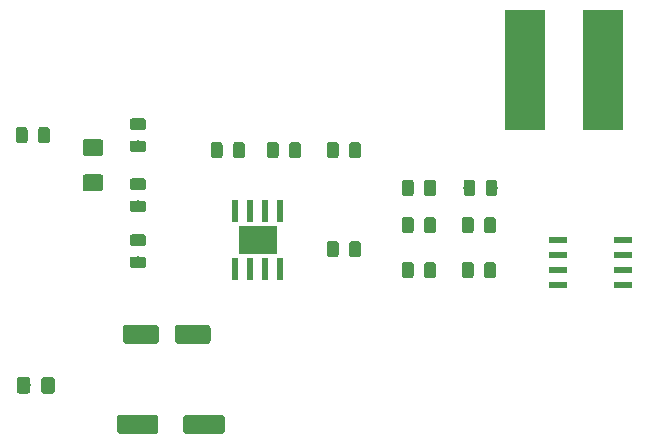
<source format=gbr>
G04 #@! TF.GenerationSoftware,KiCad,Pcbnew,5.1.4+dfsg1-1*
G04 #@! TF.CreationDate,2020-01-31T17:37:18+01:00*
G04 #@! TF.ProjectId,AstriPiCompute,41737472-6950-4694-936f-6d707574652e,rev?*
G04 #@! TF.SameCoordinates,Original*
G04 #@! TF.FileFunction,Paste,Top*
G04 #@! TF.FilePolarity,Positive*
%FSLAX46Y46*%
G04 Gerber Fmt 4.6, Leading zero omitted, Abs format (unit mm)*
G04 Created by KiCad (PCBNEW 5.1.4+dfsg1-1) date 2020-01-31 17:37:18*
%MOMM*%
%LPD*%
G04 APERTURE LIST*
%ADD10C,0.100000*%
%ADD11R,3.500000X10.200000*%
%ADD12R,1.524000X0.609600*%
%ADD13C,0.975000*%
%ADD14C,1.425000*%
%ADD15C,1.600000*%
%ADD16R,0.600000X1.970000*%
%ADD17R,3.300000X2.410000*%
%ADD18C,1.150000*%
G04 APERTURE END LIST*
D10*
G36*
X33806000Y-21238875D02*
G01*
X33806000Y-22764000D01*
X31724460Y-22764000D01*
X31724460Y-21238875D01*
X33806000Y-21238875D01*
G37*
D11*
X55372000Y-7620000D03*
X61972000Y-7620000D03*
D12*
X63703200Y-25781000D03*
X58216800Y-25781000D03*
X63703200Y-24511000D03*
X63703200Y-23241000D03*
X58216800Y-24511000D03*
X58216800Y-23241000D03*
X63703200Y-21971000D03*
X58216800Y-21971000D03*
D10*
G36*
X23086142Y-16768174D02*
G01*
X23109803Y-16771684D01*
X23133007Y-16777496D01*
X23155529Y-16785554D01*
X23177153Y-16795782D01*
X23197670Y-16808079D01*
X23216883Y-16822329D01*
X23234607Y-16838393D01*
X23250671Y-16856117D01*
X23264921Y-16875330D01*
X23277218Y-16895847D01*
X23287446Y-16917471D01*
X23295504Y-16939993D01*
X23301316Y-16963197D01*
X23304826Y-16986858D01*
X23306000Y-17010750D01*
X23306000Y-17498250D01*
X23304826Y-17522142D01*
X23301316Y-17545803D01*
X23295504Y-17569007D01*
X23287446Y-17591529D01*
X23277218Y-17613153D01*
X23264921Y-17633670D01*
X23250671Y-17652883D01*
X23234607Y-17670607D01*
X23216883Y-17686671D01*
X23197670Y-17700921D01*
X23177153Y-17713218D01*
X23155529Y-17723446D01*
X23133007Y-17731504D01*
X23109803Y-17737316D01*
X23086142Y-17740826D01*
X23062250Y-17742000D01*
X22149750Y-17742000D01*
X22125858Y-17740826D01*
X22102197Y-17737316D01*
X22078993Y-17731504D01*
X22056471Y-17723446D01*
X22034847Y-17713218D01*
X22014330Y-17700921D01*
X21995117Y-17686671D01*
X21977393Y-17670607D01*
X21961329Y-17652883D01*
X21947079Y-17633670D01*
X21934782Y-17613153D01*
X21924554Y-17591529D01*
X21916496Y-17569007D01*
X21910684Y-17545803D01*
X21907174Y-17522142D01*
X21906000Y-17498250D01*
X21906000Y-17010750D01*
X21907174Y-16986858D01*
X21910684Y-16963197D01*
X21916496Y-16939993D01*
X21924554Y-16917471D01*
X21934782Y-16895847D01*
X21947079Y-16875330D01*
X21961329Y-16856117D01*
X21977393Y-16838393D01*
X21995117Y-16822329D01*
X22014330Y-16808079D01*
X22034847Y-16795782D01*
X22056471Y-16785554D01*
X22078993Y-16777496D01*
X22102197Y-16771684D01*
X22125858Y-16768174D01*
X22149750Y-16767000D01*
X23062250Y-16767000D01*
X23086142Y-16768174D01*
X23086142Y-16768174D01*
G37*
D13*
X22606000Y-17254500D03*
D10*
G36*
X23086142Y-18643174D02*
G01*
X23109803Y-18646684D01*
X23133007Y-18652496D01*
X23155529Y-18660554D01*
X23177153Y-18670782D01*
X23197670Y-18683079D01*
X23216883Y-18697329D01*
X23234607Y-18713393D01*
X23250671Y-18731117D01*
X23264921Y-18750330D01*
X23277218Y-18770847D01*
X23287446Y-18792471D01*
X23295504Y-18814993D01*
X23301316Y-18838197D01*
X23304826Y-18861858D01*
X23306000Y-18885750D01*
X23306000Y-19373250D01*
X23304826Y-19397142D01*
X23301316Y-19420803D01*
X23295504Y-19444007D01*
X23287446Y-19466529D01*
X23277218Y-19488153D01*
X23264921Y-19508670D01*
X23250671Y-19527883D01*
X23234607Y-19545607D01*
X23216883Y-19561671D01*
X23197670Y-19575921D01*
X23177153Y-19588218D01*
X23155529Y-19598446D01*
X23133007Y-19606504D01*
X23109803Y-19612316D01*
X23086142Y-19615826D01*
X23062250Y-19617000D01*
X22149750Y-19617000D01*
X22125858Y-19615826D01*
X22102197Y-19612316D01*
X22078993Y-19606504D01*
X22056471Y-19598446D01*
X22034847Y-19588218D01*
X22014330Y-19575921D01*
X21995117Y-19561671D01*
X21977393Y-19545607D01*
X21961329Y-19527883D01*
X21947079Y-19508670D01*
X21934782Y-19488153D01*
X21924554Y-19466529D01*
X21916496Y-19444007D01*
X21910684Y-19420803D01*
X21907174Y-19397142D01*
X21906000Y-19373250D01*
X21906000Y-18885750D01*
X21907174Y-18861858D01*
X21910684Y-18838197D01*
X21916496Y-18814993D01*
X21924554Y-18792471D01*
X21934782Y-18770847D01*
X21947079Y-18750330D01*
X21961329Y-18731117D01*
X21977393Y-18713393D01*
X21995117Y-18697329D01*
X22014330Y-18683079D01*
X22034847Y-18670782D01*
X22056471Y-18660554D01*
X22078993Y-18652496D01*
X22102197Y-18646684D01*
X22125858Y-18643174D01*
X22149750Y-18642000D01*
X23062250Y-18642000D01*
X23086142Y-18643174D01*
X23086142Y-18643174D01*
G37*
D13*
X22606000Y-19129500D03*
D10*
G36*
X19445504Y-16428204D02*
G01*
X19469773Y-16431804D01*
X19493571Y-16437765D01*
X19516671Y-16446030D01*
X19538849Y-16456520D01*
X19559893Y-16469133D01*
X19579598Y-16483747D01*
X19597777Y-16500223D01*
X19614253Y-16518402D01*
X19628867Y-16538107D01*
X19641480Y-16559151D01*
X19651970Y-16581329D01*
X19660235Y-16604429D01*
X19666196Y-16628227D01*
X19669796Y-16652496D01*
X19671000Y-16677000D01*
X19671000Y-17602000D01*
X19669796Y-17626504D01*
X19666196Y-17650773D01*
X19660235Y-17674571D01*
X19651970Y-17697671D01*
X19641480Y-17719849D01*
X19628867Y-17740893D01*
X19614253Y-17760598D01*
X19597777Y-17778777D01*
X19579598Y-17795253D01*
X19559893Y-17809867D01*
X19538849Y-17822480D01*
X19516671Y-17832970D01*
X19493571Y-17841235D01*
X19469773Y-17847196D01*
X19445504Y-17850796D01*
X19421000Y-17852000D01*
X18171000Y-17852000D01*
X18146496Y-17850796D01*
X18122227Y-17847196D01*
X18098429Y-17841235D01*
X18075329Y-17832970D01*
X18053151Y-17822480D01*
X18032107Y-17809867D01*
X18012402Y-17795253D01*
X17994223Y-17778777D01*
X17977747Y-17760598D01*
X17963133Y-17740893D01*
X17950520Y-17719849D01*
X17940030Y-17697671D01*
X17931765Y-17674571D01*
X17925804Y-17650773D01*
X17922204Y-17626504D01*
X17921000Y-17602000D01*
X17921000Y-16677000D01*
X17922204Y-16652496D01*
X17925804Y-16628227D01*
X17931765Y-16604429D01*
X17940030Y-16581329D01*
X17950520Y-16559151D01*
X17963133Y-16538107D01*
X17977747Y-16518402D01*
X17994223Y-16500223D01*
X18012402Y-16483747D01*
X18032107Y-16469133D01*
X18053151Y-16456520D01*
X18075329Y-16446030D01*
X18098429Y-16437765D01*
X18122227Y-16431804D01*
X18146496Y-16428204D01*
X18171000Y-16427000D01*
X19421000Y-16427000D01*
X19445504Y-16428204D01*
X19445504Y-16428204D01*
G37*
D14*
X18796000Y-17139500D03*
D10*
G36*
X19445504Y-13453204D02*
G01*
X19469773Y-13456804D01*
X19493571Y-13462765D01*
X19516671Y-13471030D01*
X19538849Y-13481520D01*
X19559893Y-13494133D01*
X19579598Y-13508747D01*
X19597777Y-13525223D01*
X19614253Y-13543402D01*
X19628867Y-13563107D01*
X19641480Y-13584151D01*
X19651970Y-13606329D01*
X19660235Y-13629429D01*
X19666196Y-13653227D01*
X19669796Y-13677496D01*
X19671000Y-13702000D01*
X19671000Y-14627000D01*
X19669796Y-14651504D01*
X19666196Y-14675773D01*
X19660235Y-14699571D01*
X19651970Y-14722671D01*
X19641480Y-14744849D01*
X19628867Y-14765893D01*
X19614253Y-14785598D01*
X19597777Y-14803777D01*
X19579598Y-14820253D01*
X19559893Y-14834867D01*
X19538849Y-14847480D01*
X19516671Y-14857970D01*
X19493571Y-14866235D01*
X19469773Y-14872196D01*
X19445504Y-14875796D01*
X19421000Y-14877000D01*
X18171000Y-14877000D01*
X18146496Y-14875796D01*
X18122227Y-14872196D01*
X18098429Y-14866235D01*
X18075329Y-14857970D01*
X18053151Y-14847480D01*
X18032107Y-14834867D01*
X18012402Y-14820253D01*
X17994223Y-14803777D01*
X17977747Y-14785598D01*
X17963133Y-14765893D01*
X17950520Y-14744849D01*
X17940030Y-14722671D01*
X17931765Y-14699571D01*
X17925804Y-14675773D01*
X17922204Y-14651504D01*
X17921000Y-14627000D01*
X17921000Y-13702000D01*
X17922204Y-13677496D01*
X17925804Y-13653227D01*
X17931765Y-13629429D01*
X17940030Y-13606329D01*
X17950520Y-13584151D01*
X17963133Y-13563107D01*
X17977747Y-13543402D01*
X17994223Y-13525223D01*
X18012402Y-13508747D01*
X18032107Y-13494133D01*
X18053151Y-13481520D01*
X18075329Y-13471030D01*
X18098429Y-13462765D01*
X18122227Y-13456804D01*
X18146496Y-13453204D01*
X18171000Y-13452000D01*
X19421000Y-13452000D01*
X19445504Y-13453204D01*
X19445504Y-13453204D01*
G37*
D14*
X18796000Y-14164500D03*
D10*
G36*
X24134504Y-29173204D02*
G01*
X24158773Y-29176804D01*
X24182571Y-29182765D01*
X24205671Y-29191030D01*
X24227849Y-29201520D01*
X24248893Y-29214133D01*
X24268598Y-29228747D01*
X24286777Y-29245223D01*
X24303253Y-29263402D01*
X24317867Y-29283107D01*
X24330480Y-29304151D01*
X24340970Y-29326329D01*
X24349235Y-29349429D01*
X24355196Y-29373227D01*
X24358796Y-29397496D01*
X24360000Y-29422000D01*
X24360000Y-30522000D01*
X24358796Y-30546504D01*
X24355196Y-30570773D01*
X24349235Y-30594571D01*
X24340970Y-30617671D01*
X24330480Y-30639849D01*
X24317867Y-30660893D01*
X24303253Y-30680598D01*
X24286777Y-30698777D01*
X24268598Y-30715253D01*
X24248893Y-30729867D01*
X24227849Y-30742480D01*
X24205671Y-30752970D01*
X24182571Y-30761235D01*
X24158773Y-30767196D01*
X24134504Y-30770796D01*
X24110000Y-30772000D01*
X21610000Y-30772000D01*
X21585496Y-30770796D01*
X21561227Y-30767196D01*
X21537429Y-30761235D01*
X21514329Y-30752970D01*
X21492151Y-30742480D01*
X21471107Y-30729867D01*
X21451402Y-30715253D01*
X21433223Y-30698777D01*
X21416747Y-30680598D01*
X21402133Y-30660893D01*
X21389520Y-30639849D01*
X21379030Y-30617671D01*
X21370765Y-30594571D01*
X21364804Y-30570773D01*
X21361204Y-30546504D01*
X21360000Y-30522000D01*
X21360000Y-29422000D01*
X21361204Y-29397496D01*
X21364804Y-29373227D01*
X21370765Y-29349429D01*
X21379030Y-29326329D01*
X21389520Y-29304151D01*
X21402133Y-29283107D01*
X21416747Y-29263402D01*
X21433223Y-29245223D01*
X21451402Y-29228747D01*
X21471107Y-29214133D01*
X21492151Y-29201520D01*
X21514329Y-29191030D01*
X21537429Y-29182765D01*
X21561227Y-29176804D01*
X21585496Y-29173204D01*
X21610000Y-29172000D01*
X24110000Y-29172000D01*
X24134504Y-29173204D01*
X24134504Y-29173204D01*
G37*
D15*
X22860000Y-29972000D03*
D10*
G36*
X28534865Y-29173202D02*
G01*
X28559095Y-29176796D01*
X28582855Y-29182748D01*
X28605918Y-29191000D01*
X28628061Y-29201472D01*
X28649070Y-29214065D01*
X28668745Y-29228657D01*
X28686894Y-29245106D01*
X28703343Y-29263255D01*
X28717935Y-29282930D01*
X28730528Y-29303939D01*
X28741000Y-29326082D01*
X28749252Y-29349145D01*
X28755204Y-29372905D01*
X28758798Y-29397135D01*
X28760000Y-29421600D01*
X28760000Y-30522400D01*
X28758798Y-30546865D01*
X28755204Y-30571095D01*
X28749252Y-30594855D01*
X28741000Y-30617918D01*
X28730528Y-30640061D01*
X28717935Y-30661070D01*
X28703343Y-30680745D01*
X28686894Y-30698894D01*
X28668745Y-30715343D01*
X28649070Y-30729935D01*
X28628061Y-30742528D01*
X28605918Y-30753000D01*
X28582855Y-30761252D01*
X28559095Y-30767204D01*
X28534865Y-30770798D01*
X28510400Y-30772000D01*
X26009600Y-30772000D01*
X25985135Y-30770798D01*
X25960905Y-30767204D01*
X25937145Y-30761252D01*
X25914082Y-30753000D01*
X25891939Y-30742528D01*
X25870930Y-30729935D01*
X25851255Y-30715343D01*
X25833106Y-30698894D01*
X25816657Y-30680745D01*
X25802065Y-30661070D01*
X25789472Y-30640061D01*
X25779000Y-30617918D01*
X25770748Y-30594855D01*
X25764796Y-30571095D01*
X25761202Y-30546865D01*
X25760000Y-30522400D01*
X25760000Y-29421600D01*
X25761202Y-29397135D01*
X25764796Y-29372905D01*
X25770748Y-29349145D01*
X25779000Y-29326082D01*
X25789472Y-29303939D01*
X25802065Y-29282930D01*
X25816657Y-29263255D01*
X25833106Y-29245106D01*
X25851255Y-29228657D01*
X25870930Y-29214065D01*
X25891939Y-29201472D01*
X25914082Y-29191000D01*
X25937145Y-29182748D01*
X25960905Y-29176796D01*
X25985135Y-29173202D01*
X26009600Y-29172000D01*
X28510400Y-29172000D01*
X28534865Y-29173202D01*
X28534865Y-29173202D01*
G37*
D15*
X27260000Y-29972000D03*
D10*
G36*
X29724865Y-36793202D02*
G01*
X29749095Y-36796796D01*
X29772855Y-36802748D01*
X29795918Y-36811000D01*
X29818061Y-36821472D01*
X29839070Y-36834065D01*
X29858745Y-36848657D01*
X29876894Y-36865106D01*
X29893343Y-36883255D01*
X29907935Y-36902930D01*
X29920528Y-36923939D01*
X29931000Y-36946082D01*
X29939252Y-36969145D01*
X29945204Y-36992905D01*
X29948798Y-37017135D01*
X29950000Y-37041600D01*
X29950000Y-38142400D01*
X29948798Y-38166865D01*
X29945204Y-38191095D01*
X29939252Y-38214855D01*
X29931000Y-38237918D01*
X29920528Y-38260061D01*
X29907935Y-38281070D01*
X29893343Y-38300745D01*
X29876894Y-38318894D01*
X29858745Y-38335343D01*
X29839070Y-38349935D01*
X29818061Y-38362528D01*
X29795918Y-38373000D01*
X29772855Y-38381252D01*
X29749095Y-38387204D01*
X29724865Y-38390798D01*
X29700400Y-38392000D01*
X26699600Y-38392000D01*
X26675135Y-38390798D01*
X26650905Y-38387204D01*
X26627145Y-38381252D01*
X26604082Y-38373000D01*
X26581939Y-38362528D01*
X26560930Y-38349935D01*
X26541255Y-38335343D01*
X26523106Y-38318894D01*
X26506657Y-38300745D01*
X26492065Y-38281070D01*
X26479472Y-38260061D01*
X26469000Y-38237918D01*
X26460748Y-38214855D01*
X26454796Y-38191095D01*
X26451202Y-38166865D01*
X26450000Y-38142400D01*
X26450000Y-37041600D01*
X26451202Y-37017135D01*
X26454796Y-36992905D01*
X26460748Y-36969145D01*
X26469000Y-36946082D01*
X26479472Y-36923939D01*
X26492065Y-36902930D01*
X26506657Y-36883255D01*
X26523106Y-36865106D01*
X26541255Y-36848657D01*
X26560930Y-36834065D01*
X26581939Y-36821472D01*
X26604082Y-36811000D01*
X26627145Y-36802748D01*
X26650905Y-36796796D01*
X26675135Y-36793202D01*
X26699600Y-36792000D01*
X29700400Y-36792000D01*
X29724865Y-36793202D01*
X29724865Y-36793202D01*
G37*
D15*
X28200000Y-37592000D03*
D10*
G36*
X24124504Y-36793204D02*
G01*
X24148773Y-36796804D01*
X24172571Y-36802765D01*
X24195671Y-36811030D01*
X24217849Y-36821520D01*
X24238893Y-36834133D01*
X24258598Y-36848747D01*
X24276777Y-36865223D01*
X24293253Y-36883402D01*
X24307867Y-36903107D01*
X24320480Y-36924151D01*
X24330970Y-36946329D01*
X24339235Y-36969429D01*
X24345196Y-36993227D01*
X24348796Y-37017496D01*
X24350000Y-37042000D01*
X24350000Y-38142000D01*
X24348796Y-38166504D01*
X24345196Y-38190773D01*
X24339235Y-38214571D01*
X24330970Y-38237671D01*
X24320480Y-38259849D01*
X24307867Y-38280893D01*
X24293253Y-38300598D01*
X24276777Y-38318777D01*
X24258598Y-38335253D01*
X24238893Y-38349867D01*
X24217849Y-38362480D01*
X24195671Y-38372970D01*
X24172571Y-38381235D01*
X24148773Y-38387196D01*
X24124504Y-38390796D01*
X24100000Y-38392000D01*
X21100000Y-38392000D01*
X21075496Y-38390796D01*
X21051227Y-38387196D01*
X21027429Y-38381235D01*
X21004329Y-38372970D01*
X20982151Y-38362480D01*
X20961107Y-38349867D01*
X20941402Y-38335253D01*
X20923223Y-38318777D01*
X20906747Y-38300598D01*
X20892133Y-38280893D01*
X20879520Y-38259849D01*
X20869030Y-38237671D01*
X20860765Y-38214571D01*
X20854804Y-38190773D01*
X20851204Y-38166504D01*
X20850000Y-38142000D01*
X20850000Y-37042000D01*
X20851204Y-37017496D01*
X20854804Y-36993227D01*
X20860765Y-36969429D01*
X20869030Y-36946329D01*
X20879520Y-36924151D01*
X20892133Y-36903107D01*
X20906747Y-36883402D01*
X20923223Y-36865223D01*
X20941402Y-36848747D01*
X20961107Y-36834133D01*
X20982151Y-36821520D01*
X21004329Y-36811030D01*
X21027429Y-36802765D01*
X21051227Y-36796804D01*
X21075496Y-36793204D01*
X21100000Y-36792000D01*
X24100000Y-36792000D01*
X24124504Y-36793204D01*
X24124504Y-36793204D01*
G37*
D15*
X22600000Y-37592000D03*
D10*
G36*
X47608642Y-23843174D02*
G01*
X47632303Y-23846684D01*
X47655507Y-23852496D01*
X47678029Y-23860554D01*
X47699653Y-23870782D01*
X47720170Y-23883079D01*
X47739383Y-23897329D01*
X47757107Y-23913393D01*
X47773171Y-23931117D01*
X47787421Y-23950330D01*
X47799718Y-23970847D01*
X47809946Y-23992471D01*
X47818004Y-24014993D01*
X47823816Y-24038197D01*
X47827326Y-24061858D01*
X47828500Y-24085750D01*
X47828500Y-24998250D01*
X47827326Y-25022142D01*
X47823816Y-25045803D01*
X47818004Y-25069007D01*
X47809946Y-25091529D01*
X47799718Y-25113153D01*
X47787421Y-25133670D01*
X47773171Y-25152883D01*
X47757107Y-25170607D01*
X47739383Y-25186671D01*
X47720170Y-25200921D01*
X47699653Y-25213218D01*
X47678029Y-25223446D01*
X47655507Y-25231504D01*
X47632303Y-25237316D01*
X47608642Y-25240826D01*
X47584750Y-25242000D01*
X47097250Y-25242000D01*
X47073358Y-25240826D01*
X47049697Y-25237316D01*
X47026493Y-25231504D01*
X47003971Y-25223446D01*
X46982347Y-25213218D01*
X46961830Y-25200921D01*
X46942617Y-25186671D01*
X46924893Y-25170607D01*
X46908829Y-25152883D01*
X46894579Y-25133670D01*
X46882282Y-25113153D01*
X46872054Y-25091529D01*
X46863996Y-25069007D01*
X46858184Y-25045803D01*
X46854674Y-25022142D01*
X46853500Y-24998250D01*
X46853500Y-24085750D01*
X46854674Y-24061858D01*
X46858184Y-24038197D01*
X46863996Y-24014993D01*
X46872054Y-23992471D01*
X46882282Y-23970847D01*
X46894579Y-23950330D01*
X46908829Y-23931117D01*
X46924893Y-23913393D01*
X46942617Y-23897329D01*
X46961830Y-23883079D01*
X46982347Y-23870782D01*
X47003971Y-23860554D01*
X47026493Y-23852496D01*
X47049697Y-23846684D01*
X47073358Y-23843174D01*
X47097250Y-23842000D01*
X47584750Y-23842000D01*
X47608642Y-23843174D01*
X47608642Y-23843174D01*
G37*
D13*
X47341000Y-24542000D03*
D10*
G36*
X45733642Y-23843174D02*
G01*
X45757303Y-23846684D01*
X45780507Y-23852496D01*
X45803029Y-23860554D01*
X45824653Y-23870782D01*
X45845170Y-23883079D01*
X45864383Y-23897329D01*
X45882107Y-23913393D01*
X45898171Y-23931117D01*
X45912421Y-23950330D01*
X45924718Y-23970847D01*
X45934946Y-23992471D01*
X45943004Y-24014993D01*
X45948816Y-24038197D01*
X45952326Y-24061858D01*
X45953500Y-24085750D01*
X45953500Y-24998250D01*
X45952326Y-25022142D01*
X45948816Y-25045803D01*
X45943004Y-25069007D01*
X45934946Y-25091529D01*
X45924718Y-25113153D01*
X45912421Y-25133670D01*
X45898171Y-25152883D01*
X45882107Y-25170607D01*
X45864383Y-25186671D01*
X45845170Y-25200921D01*
X45824653Y-25213218D01*
X45803029Y-25223446D01*
X45780507Y-25231504D01*
X45757303Y-25237316D01*
X45733642Y-25240826D01*
X45709750Y-25242000D01*
X45222250Y-25242000D01*
X45198358Y-25240826D01*
X45174697Y-25237316D01*
X45151493Y-25231504D01*
X45128971Y-25223446D01*
X45107347Y-25213218D01*
X45086830Y-25200921D01*
X45067617Y-25186671D01*
X45049893Y-25170607D01*
X45033829Y-25152883D01*
X45019579Y-25133670D01*
X45007282Y-25113153D01*
X44997054Y-25091529D01*
X44988996Y-25069007D01*
X44983184Y-25045803D01*
X44979674Y-25022142D01*
X44978500Y-24998250D01*
X44978500Y-24085750D01*
X44979674Y-24061858D01*
X44983184Y-24038197D01*
X44988996Y-24014993D01*
X44997054Y-23992471D01*
X45007282Y-23970847D01*
X45019579Y-23950330D01*
X45033829Y-23931117D01*
X45049893Y-23913393D01*
X45067617Y-23897329D01*
X45086830Y-23883079D01*
X45107347Y-23870782D01*
X45128971Y-23860554D01*
X45151493Y-23852496D01*
X45174697Y-23846684D01*
X45198358Y-23843174D01*
X45222250Y-23842000D01*
X45709750Y-23842000D01*
X45733642Y-23843174D01*
X45733642Y-23843174D01*
G37*
D13*
X45466000Y-24542000D03*
D10*
G36*
X45733642Y-16868175D02*
G01*
X45757303Y-16871685D01*
X45780507Y-16877497D01*
X45803029Y-16885555D01*
X45824653Y-16895783D01*
X45845170Y-16908080D01*
X45864383Y-16922330D01*
X45882107Y-16938394D01*
X45898171Y-16956118D01*
X45912421Y-16975331D01*
X45924718Y-16995848D01*
X45934946Y-17017472D01*
X45943004Y-17039994D01*
X45948816Y-17063198D01*
X45952326Y-17086859D01*
X45953500Y-17110751D01*
X45953500Y-18023251D01*
X45952326Y-18047143D01*
X45948816Y-18070804D01*
X45943004Y-18094008D01*
X45934946Y-18116530D01*
X45924718Y-18138154D01*
X45912421Y-18158671D01*
X45898171Y-18177884D01*
X45882107Y-18195608D01*
X45864383Y-18211672D01*
X45845170Y-18225922D01*
X45824653Y-18238219D01*
X45803029Y-18248447D01*
X45780507Y-18256505D01*
X45757303Y-18262317D01*
X45733642Y-18265827D01*
X45709750Y-18267001D01*
X45222250Y-18267001D01*
X45198358Y-18265827D01*
X45174697Y-18262317D01*
X45151493Y-18256505D01*
X45128971Y-18248447D01*
X45107347Y-18238219D01*
X45086830Y-18225922D01*
X45067617Y-18211672D01*
X45049893Y-18195608D01*
X45033829Y-18177884D01*
X45019579Y-18158671D01*
X45007282Y-18138154D01*
X44997054Y-18116530D01*
X44988996Y-18094008D01*
X44983184Y-18070804D01*
X44979674Y-18047143D01*
X44978500Y-18023251D01*
X44978500Y-17110751D01*
X44979674Y-17086859D01*
X44983184Y-17063198D01*
X44988996Y-17039994D01*
X44997054Y-17017472D01*
X45007282Y-16995848D01*
X45019579Y-16975331D01*
X45033829Y-16956118D01*
X45049893Y-16938394D01*
X45067617Y-16922330D01*
X45086830Y-16908080D01*
X45107347Y-16895783D01*
X45128971Y-16885555D01*
X45151493Y-16877497D01*
X45174697Y-16871685D01*
X45198358Y-16868175D01*
X45222250Y-16867001D01*
X45709750Y-16867001D01*
X45733642Y-16868175D01*
X45733642Y-16868175D01*
G37*
D13*
X45466000Y-17567001D03*
D10*
G36*
X47608642Y-16868175D02*
G01*
X47632303Y-16871685D01*
X47655507Y-16877497D01*
X47678029Y-16885555D01*
X47699653Y-16895783D01*
X47720170Y-16908080D01*
X47739383Y-16922330D01*
X47757107Y-16938394D01*
X47773171Y-16956118D01*
X47787421Y-16975331D01*
X47799718Y-16995848D01*
X47809946Y-17017472D01*
X47818004Y-17039994D01*
X47823816Y-17063198D01*
X47827326Y-17086859D01*
X47828500Y-17110751D01*
X47828500Y-18023251D01*
X47827326Y-18047143D01*
X47823816Y-18070804D01*
X47818004Y-18094008D01*
X47809946Y-18116530D01*
X47799718Y-18138154D01*
X47787421Y-18158671D01*
X47773171Y-18177884D01*
X47757107Y-18195608D01*
X47739383Y-18211672D01*
X47720170Y-18225922D01*
X47699653Y-18238219D01*
X47678029Y-18248447D01*
X47655507Y-18256505D01*
X47632303Y-18262317D01*
X47608642Y-18265827D01*
X47584750Y-18267001D01*
X47097250Y-18267001D01*
X47073358Y-18265827D01*
X47049697Y-18262317D01*
X47026493Y-18256505D01*
X47003971Y-18248447D01*
X46982347Y-18238219D01*
X46961830Y-18225922D01*
X46942617Y-18211672D01*
X46924893Y-18195608D01*
X46908829Y-18177884D01*
X46894579Y-18158671D01*
X46882282Y-18138154D01*
X46872054Y-18116530D01*
X46863996Y-18094008D01*
X46858184Y-18070804D01*
X46854674Y-18047143D01*
X46853500Y-18023251D01*
X46853500Y-17110751D01*
X46854674Y-17086859D01*
X46858184Y-17063198D01*
X46863996Y-17039994D01*
X46872054Y-17017472D01*
X46882282Y-16995848D01*
X46894579Y-16975331D01*
X46908829Y-16956118D01*
X46924893Y-16938394D01*
X46942617Y-16922330D01*
X46961830Y-16908080D01*
X46982347Y-16895783D01*
X47003971Y-16885555D01*
X47026493Y-16877497D01*
X47049697Y-16871685D01*
X47073358Y-16868175D01*
X47097250Y-16867001D01*
X47584750Y-16867001D01*
X47608642Y-16868175D01*
X47608642Y-16868175D01*
G37*
D13*
X47341000Y-17567001D03*
D10*
G36*
X34303642Y-13683174D02*
G01*
X34327303Y-13686684D01*
X34350507Y-13692496D01*
X34373029Y-13700554D01*
X34394653Y-13710782D01*
X34415170Y-13723079D01*
X34434383Y-13737329D01*
X34452107Y-13753393D01*
X34468171Y-13771117D01*
X34482421Y-13790330D01*
X34494718Y-13810847D01*
X34504946Y-13832471D01*
X34513004Y-13854993D01*
X34518816Y-13878197D01*
X34522326Y-13901858D01*
X34523500Y-13925750D01*
X34523500Y-14838250D01*
X34522326Y-14862142D01*
X34518816Y-14885803D01*
X34513004Y-14909007D01*
X34504946Y-14931529D01*
X34494718Y-14953153D01*
X34482421Y-14973670D01*
X34468171Y-14992883D01*
X34452107Y-15010607D01*
X34434383Y-15026671D01*
X34415170Y-15040921D01*
X34394653Y-15053218D01*
X34373029Y-15063446D01*
X34350507Y-15071504D01*
X34327303Y-15077316D01*
X34303642Y-15080826D01*
X34279750Y-15082000D01*
X33792250Y-15082000D01*
X33768358Y-15080826D01*
X33744697Y-15077316D01*
X33721493Y-15071504D01*
X33698971Y-15063446D01*
X33677347Y-15053218D01*
X33656830Y-15040921D01*
X33637617Y-15026671D01*
X33619893Y-15010607D01*
X33603829Y-14992883D01*
X33589579Y-14973670D01*
X33577282Y-14953153D01*
X33567054Y-14931529D01*
X33558996Y-14909007D01*
X33553184Y-14885803D01*
X33549674Y-14862142D01*
X33548500Y-14838250D01*
X33548500Y-13925750D01*
X33549674Y-13901858D01*
X33553184Y-13878197D01*
X33558996Y-13854993D01*
X33567054Y-13832471D01*
X33577282Y-13810847D01*
X33589579Y-13790330D01*
X33603829Y-13771117D01*
X33619893Y-13753393D01*
X33637617Y-13737329D01*
X33656830Y-13723079D01*
X33677347Y-13710782D01*
X33698971Y-13700554D01*
X33721493Y-13692496D01*
X33744697Y-13686684D01*
X33768358Y-13683174D01*
X33792250Y-13682000D01*
X34279750Y-13682000D01*
X34303642Y-13683174D01*
X34303642Y-13683174D01*
G37*
D13*
X34036000Y-14382000D03*
D10*
G36*
X36178642Y-13683174D02*
G01*
X36202303Y-13686684D01*
X36225507Y-13692496D01*
X36248029Y-13700554D01*
X36269653Y-13710782D01*
X36290170Y-13723079D01*
X36309383Y-13737329D01*
X36327107Y-13753393D01*
X36343171Y-13771117D01*
X36357421Y-13790330D01*
X36369718Y-13810847D01*
X36379946Y-13832471D01*
X36388004Y-13854993D01*
X36393816Y-13878197D01*
X36397326Y-13901858D01*
X36398500Y-13925750D01*
X36398500Y-14838250D01*
X36397326Y-14862142D01*
X36393816Y-14885803D01*
X36388004Y-14909007D01*
X36379946Y-14931529D01*
X36369718Y-14953153D01*
X36357421Y-14973670D01*
X36343171Y-14992883D01*
X36327107Y-15010607D01*
X36309383Y-15026671D01*
X36290170Y-15040921D01*
X36269653Y-15053218D01*
X36248029Y-15063446D01*
X36225507Y-15071504D01*
X36202303Y-15077316D01*
X36178642Y-15080826D01*
X36154750Y-15082000D01*
X35667250Y-15082000D01*
X35643358Y-15080826D01*
X35619697Y-15077316D01*
X35596493Y-15071504D01*
X35573971Y-15063446D01*
X35552347Y-15053218D01*
X35531830Y-15040921D01*
X35512617Y-15026671D01*
X35494893Y-15010607D01*
X35478829Y-14992883D01*
X35464579Y-14973670D01*
X35452282Y-14953153D01*
X35442054Y-14931529D01*
X35433996Y-14909007D01*
X35428184Y-14885803D01*
X35424674Y-14862142D01*
X35423500Y-14838250D01*
X35423500Y-13925750D01*
X35424674Y-13901858D01*
X35428184Y-13878197D01*
X35433996Y-13854993D01*
X35442054Y-13832471D01*
X35452282Y-13810847D01*
X35464579Y-13790330D01*
X35478829Y-13771117D01*
X35494893Y-13753393D01*
X35512617Y-13737329D01*
X35531830Y-13723079D01*
X35552347Y-13710782D01*
X35573971Y-13700554D01*
X35596493Y-13692496D01*
X35619697Y-13686684D01*
X35643358Y-13683174D01*
X35667250Y-13682000D01*
X36154750Y-13682000D01*
X36178642Y-13683174D01*
X36178642Y-13683174D01*
G37*
D13*
X35911000Y-14382000D03*
D10*
G36*
X23086142Y-23390674D02*
G01*
X23109803Y-23394184D01*
X23133007Y-23399996D01*
X23155529Y-23408054D01*
X23177153Y-23418282D01*
X23197670Y-23430579D01*
X23216883Y-23444829D01*
X23234607Y-23460893D01*
X23250671Y-23478617D01*
X23264921Y-23497830D01*
X23277218Y-23518347D01*
X23287446Y-23539971D01*
X23295504Y-23562493D01*
X23301316Y-23585697D01*
X23304826Y-23609358D01*
X23306000Y-23633250D01*
X23306000Y-24120750D01*
X23304826Y-24144642D01*
X23301316Y-24168303D01*
X23295504Y-24191507D01*
X23287446Y-24214029D01*
X23277218Y-24235653D01*
X23264921Y-24256170D01*
X23250671Y-24275383D01*
X23234607Y-24293107D01*
X23216883Y-24309171D01*
X23197670Y-24323421D01*
X23177153Y-24335718D01*
X23155529Y-24345946D01*
X23133007Y-24354004D01*
X23109803Y-24359816D01*
X23086142Y-24363326D01*
X23062250Y-24364500D01*
X22149750Y-24364500D01*
X22125858Y-24363326D01*
X22102197Y-24359816D01*
X22078993Y-24354004D01*
X22056471Y-24345946D01*
X22034847Y-24335718D01*
X22014330Y-24323421D01*
X21995117Y-24309171D01*
X21977393Y-24293107D01*
X21961329Y-24275383D01*
X21947079Y-24256170D01*
X21934782Y-24235653D01*
X21924554Y-24214029D01*
X21916496Y-24191507D01*
X21910684Y-24168303D01*
X21907174Y-24144642D01*
X21906000Y-24120750D01*
X21906000Y-23633250D01*
X21907174Y-23609358D01*
X21910684Y-23585697D01*
X21916496Y-23562493D01*
X21924554Y-23539971D01*
X21934782Y-23518347D01*
X21947079Y-23497830D01*
X21961329Y-23478617D01*
X21977393Y-23460893D01*
X21995117Y-23444829D01*
X22014330Y-23430579D01*
X22034847Y-23418282D01*
X22056471Y-23408054D01*
X22078993Y-23399996D01*
X22102197Y-23394184D01*
X22125858Y-23390674D01*
X22149750Y-23389500D01*
X23062250Y-23389500D01*
X23086142Y-23390674D01*
X23086142Y-23390674D01*
G37*
D13*
X22606000Y-23877000D03*
D10*
G36*
X23086142Y-21515674D02*
G01*
X23109803Y-21519184D01*
X23133007Y-21524996D01*
X23155529Y-21533054D01*
X23177153Y-21543282D01*
X23197670Y-21555579D01*
X23216883Y-21569829D01*
X23234607Y-21585893D01*
X23250671Y-21603617D01*
X23264921Y-21622830D01*
X23277218Y-21643347D01*
X23287446Y-21664971D01*
X23295504Y-21687493D01*
X23301316Y-21710697D01*
X23304826Y-21734358D01*
X23306000Y-21758250D01*
X23306000Y-22245750D01*
X23304826Y-22269642D01*
X23301316Y-22293303D01*
X23295504Y-22316507D01*
X23287446Y-22339029D01*
X23277218Y-22360653D01*
X23264921Y-22381170D01*
X23250671Y-22400383D01*
X23234607Y-22418107D01*
X23216883Y-22434171D01*
X23197670Y-22448421D01*
X23177153Y-22460718D01*
X23155529Y-22470946D01*
X23133007Y-22479004D01*
X23109803Y-22484816D01*
X23086142Y-22488326D01*
X23062250Y-22489500D01*
X22149750Y-22489500D01*
X22125858Y-22488326D01*
X22102197Y-22484816D01*
X22078993Y-22479004D01*
X22056471Y-22470946D01*
X22034847Y-22460718D01*
X22014330Y-22448421D01*
X21995117Y-22434171D01*
X21977393Y-22418107D01*
X21961329Y-22400383D01*
X21947079Y-22381170D01*
X21934782Y-22360653D01*
X21924554Y-22339029D01*
X21916496Y-22316507D01*
X21910684Y-22293303D01*
X21907174Y-22269642D01*
X21906000Y-22245750D01*
X21906000Y-21758250D01*
X21907174Y-21734358D01*
X21910684Y-21710697D01*
X21916496Y-21687493D01*
X21924554Y-21664971D01*
X21934782Y-21643347D01*
X21947079Y-21622830D01*
X21961329Y-21603617D01*
X21977393Y-21585893D01*
X21995117Y-21569829D01*
X22014330Y-21555579D01*
X22034847Y-21543282D01*
X22056471Y-21533054D01*
X22078993Y-21524996D01*
X22102197Y-21519184D01*
X22125858Y-21515674D01*
X22149750Y-21514500D01*
X23062250Y-21514500D01*
X23086142Y-21515674D01*
X23086142Y-21515674D01*
G37*
D13*
X22606000Y-22002000D03*
D10*
G36*
X13046142Y-12413174D02*
G01*
X13069803Y-12416684D01*
X13093007Y-12422496D01*
X13115529Y-12430554D01*
X13137153Y-12440782D01*
X13157670Y-12453079D01*
X13176883Y-12467329D01*
X13194607Y-12483393D01*
X13210671Y-12501117D01*
X13224921Y-12520330D01*
X13237218Y-12540847D01*
X13247446Y-12562471D01*
X13255504Y-12584993D01*
X13261316Y-12608197D01*
X13264826Y-12631858D01*
X13266000Y-12655750D01*
X13266000Y-13568250D01*
X13264826Y-13592142D01*
X13261316Y-13615803D01*
X13255504Y-13639007D01*
X13247446Y-13661529D01*
X13237218Y-13683153D01*
X13224921Y-13703670D01*
X13210671Y-13722883D01*
X13194607Y-13740607D01*
X13176883Y-13756671D01*
X13157670Y-13770921D01*
X13137153Y-13783218D01*
X13115529Y-13793446D01*
X13093007Y-13801504D01*
X13069803Y-13807316D01*
X13046142Y-13810826D01*
X13022250Y-13812000D01*
X12534750Y-13812000D01*
X12510858Y-13810826D01*
X12487197Y-13807316D01*
X12463993Y-13801504D01*
X12441471Y-13793446D01*
X12419847Y-13783218D01*
X12399330Y-13770921D01*
X12380117Y-13756671D01*
X12362393Y-13740607D01*
X12346329Y-13722883D01*
X12332079Y-13703670D01*
X12319782Y-13683153D01*
X12309554Y-13661529D01*
X12301496Y-13639007D01*
X12295684Y-13615803D01*
X12292174Y-13592142D01*
X12291000Y-13568250D01*
X12291000Y-12655750D01*
X12292174Y-12631858D01*
X12295684Y-12608197D01*
X12301496Y-12584993D01*
X12309554Y-12562471D01*
X12319782Y-12540847D01*
X12332079Y-12520330D01*
X12346329Y-12501117D01*
X12362393Y-12483393D01*
X12380117Y-12467329D01*
X12399330Y-12453079D01*
X12419847Y-12440782D01*
X12441471Y-12430554D01*
X12463993Y-12422496D01*
X12487197Y-12416684D01*
X12510858Y-12413174D01*
X12534750Y-12412000D01*
X13022250Y-12412000D01*
X13046142Y-12413174D01*
X13046142Y-12413174D01*
G37*
D13*
X12778500Y-13112000D03*
D10*
G36*
X14921142Y-12413174D02*
G01*
X14944803Y-12416684D01*
X14968007Y-12422496D01*
X14990529Y-12430554D01*
X15012153Y-12440782D01*
X15032670Y-12453079D01*
X15051883Y-12467329D01*
X15069607Y-12483393D01*
X15085671Y-12501117D01*
X15099921Y-12520330D01*
X15112218Y-12540847D01*
X15122446Y-12562471D01*
X15130504Y-12584993D01*
X15136316Y-12608197D01*
X15139826Y-12631858D01*
X15141000Y-12655750D01*
X15141000Y-13568250D01*
X15139826Y-13592142D01*
X15136316Y-13615803D01*
X15130504Y-13639007D01*
X15122446Y-13661529D01*
X15112218Y-13683153D01*
X15099921Y-13703670D01*
X15085671Y-13722883D01*
X15069607Y-13740607D01*
X15051883Y-13756671D01*
X15032670Y-13770921D01*
X15012153Y-13783218D01*
X14990529Y-13793446D01*
X14968007Y-13801504D01*
X14944803Y-13807316D01*
X14921142Y-13810826D01*
X14897250Y-13812000D01*
X14409750Y-13812000D01*
X14385858Y-13810826D01*
X14362197Y-13807316D01*
X14338993Y-13801504D01*
X14316471Y-13793446D01*
X14294847Y-13783218D01*
X14274330Y-13770921D01*
X14255117Y-13756671D01*
X14237393Y-13740607D01*
X14221329Y-13722883D01*
X14207079Y-13703670D01*
X14194782Y-13683153D01*
X14184554Y-13661529D01*
X14176496Y-13639007D01*
X14170684Y-13615803D01*
X14167174Y-13592142D01*
X14166000Y-13568250D01*
X14166000Y-12655750D01*
X14167174Y-12631858D01*
X14170684Y-12608197D01*
X14176496Y-12584993D01*
X14184554Y-12562471D01*
X14194782Y-12540847D01*
X14207079Y-12520330D01*
X14221329Y-12501117D01*
X14237393Y-12483393D01*
X14255117Y-12467329D01*
X14274330Y-12453079D01*
X14294847Y-12440782D01*
X14316471Y-12430554D01*
X14338993Y-12422496D01*
X14362197Y-12416684D01*
X14385858Y-12413174D01*
X14409750Y-12412000D01*
X14897250Y-12412000D01*
X14921142Y-12413174D01*
X14921142Y-12413174D01*
G37*
D13*
X14653500Y-13112000D03*
D10*
G36*
X50813642Y-20033174D02*
G01*
X50837303Y-20036684D01*
X50860507Y-20042496D01*
X50883029Y-20050554D01*
X50904653Y-20060782D01*
X50925170Y-20073079D01*
X50944383Y-20087329D01*
X50962107Y-20103393D01*
X50978171Y-20121117D01*
X50992421Y-20140330D01*
X51004718Y-20160847D01*
X51014946Y-20182471D01*
X51023004Y-20204993D01*
X51028816Y-20228197D01*
X51032326Y-20251858D01*
X51033500Y-20275750D01*
X51033500Y-21188250D01*
X51032326Y-21212142D01*
X51028816Y-21235803D01*
X51023004Y-21259007D01*
X51014946Y-21281529D01*
X51004718Y-21303153D01*
X50992421Y-21323670D01*
X50978171Y-21342883D01*
X50962107Y-21360607D01*
X50944383Y-21376671D01*
X50925170Y-21390921D01*
X50904653Y-21403218D01*
X50883029Y-21413446D01*
X50860507Y-21421504D01*
X50837303Y-21427316D01*
X50813642Y-21430826D01*
X50789750Y-21432000D01*
X50302250Y-21432000D01*
X50278358Y-21430826D01*
X50254697Y-21427316D01*
X50231493Y-21421504D01*
X50208971Y-21413446D01*
X50187347Y-21403218D01*
X50166830Y-21390921D01*
X50147617Y-21376671D01*
X50129893Y-21360607D01*
X50113829Y-21342883D01*
X50099579Y-21323670D01*
X50087282Y-21303153D01*
X50077054Y-21281529D01*
X50068996Y-21259007D01*
X50063184Y-21235803D01*
X50059674Y-21212142D01*
X50058500Y-21188250D01*
X50058500Y-20275750D01*
X50059674Y-20251858D01*
X50063184Y-20228197D01*
X50068996Y-20204993D01*
X50077054Y-20182471D01*
X50087282Y-20160847D01*
X50099579Y-20140330D01*
X50113829Y-20121117D01*
X50129893Y-20103393D01*
X50147617Y-20087329D01*
X50166830Y-20073079D01*
X50187347Y-20060782D01*
X50208971Y-20050554D01*
X50231493Y-20042496D01*
X50254697Y-20036684D01*
X50278358Y-20033174D01*
X50302250Y-20032000D01*
X50789750Y-20032000D01*
X50813642Y-20033174D01*
X50813642Y-20033174D01*
G37*
D13*
X50546000Y-20732000D03*
D10*
G36*
X52688642Y-20033174D02*
G01*
X52712303Y-20036684D01*
X52735507Y-20042496D01*
X52758029Y-20050554D01*
X52779653Y-20060782D01*
X52800170Y-20073079D01*
X52819383Y-20087329D01*
X52837107Y-20103393D01*
X52853171Y-20121117D01*
X52867421Y-20140330D01*
X52879718Y-20160847D01*
X52889946Y-20182471D01*
X52898004Y-20204993D01*
X52903816Y-20228197D01*
X52907326Y-20251858D01*
X52908500Y-20275750D01*
X52908500Y-21188250D01*
X52907326Y-21212142D01*
X52903816Y-21235803D01*
X52898004Y-21259007D01*
X52889946Y-21281529D01*
X52879718Y-21303153D01*
X52867421Y-21323670D01*
X52853171Y-21342883D01*
X52837107Y-21360607D01*
X52819383Y-21376671D01*
X52800170Y-21390921D01*
X52779653Y-21403218D01*
X52758029Y-21413446D01*
X52735507Y-21421504D01*
X52712303Y-21427316D01*
X52688642Y-21430826D01*
X52664750Y-21432000D01*
X52177250Y-21432000D01*
X52153358Y-21430826D01*
X52129697Y-21427316D01*
X52106493Y-21421504D01*
X52083971Y-21413446D01*
X52062347Y-21403218D01*
X52041830Y-21390921D01*
X52022617Y-21376671D01*
X52004893Y-21360607D01*
X51988829Y-21342883D01*
X51974579Y-21323670D01*
X51962282Y-21303153D01*
X51952054Y-21281529D01*
X51943996Y-21259007D01*
X51938184Y-21235803D01*
X51934674Y-21212142D01*
X51933500Y-21188250D01*
X51933500Y-20275750D01*
X51934674Y-20251858D01*
X51938184Y-20228197D01*
X51943996Y-20204993D01*
X51952054Y-20182471D01*
X51962282Y-20160847D01*
X51974579Y-20140330D01*
X51988829Y-20121117D01*
X52004893Y-20103393D01*
X52022617Y-20087329D01*
X52041830Y-20073079D01*
X52062347Y-20060782D01*
X52083971Y-20050554D01*
X52106493Y-20042496D01*
X52129697Y-20036684D01*
X52153358Y-20033174D01*
X52177250Y-20032000D01*
X52664750Y-20032000D01*
X52688642Y-20033174D01*
X52688642Y-20033174D01*
G37*
D13*
X52421000Y-20732000D03*
D10*
G36*
X39383642Y-22065174D02*
G01*
X39407303Y-22068684D01*
X39430507Y-22074496D01*
X39453029Y-22082554D01*
X39474653Y-22092782D01*
X39495170Y-22105079D01*
X39514383Y-22119329D01*
X39532107Y-22135393D01*
X39548171Y-22153117D01*
X39562421Y-22172330D01*
X39574718Y-22192847D01*
X39584946Y-22214471D01*
X39593004Y-22236993D01*
X39598816Y-22260197D01*
X39602326Y-22283858D01*
X39603500Y-22307750D01*
X39603500Y-23220250D01*
X39602326Y-23244142D01*
X39598816Y-23267803D01*
X39593004Y-23291007D01*
X39584946Y-23313529D01*
X39574718Y-23335153D01*
X39562421Y-23355670D01*
X39548171Y-23374883D01*
X39532107Y-23392607D01*
X39514383Y-23408671D01*
X39495170Y-23422921D01*
X39474653Y-23435218D01*
X39453029Y-23445446D01*
X39430507Y-23453504D01*
X39407303Y-23459316D01*
X39383642Y-23462826D01*
X39359750Y-23464000D01*
X38872250Y-23464000D01*
X38848358Y-23462826D01*
X38824697Y-23459316D01*
X38801493Y-23453504D01*
X38778971Y-23445446D01*
X38757347Y-23435218D01*
X38736830Y-23422921D01*
X38717617Y-23408671D01*
X38699893Y-23392607D01*
X38683829Y-23374883D01*
X38669579Y-23355670D01*
X38657282Y-23335153D01*
X38647054Y-23313529D01*
X38638996Y-23291007D01*
X38633184Y-23267803D01*
X38629674Y-23244142D01*
X38628500Y-23220250D01*
X38628500Y-22307750D01*
X38629674Y-22283858D01*
X38633184Y-22260197D01*
X38638996Y-22236993D01*
X38647054Y-22214471D01*
X38657282Y-22192847D01*
X38669579Y-22172330D01*
X38683829Y-22153117D01*
X38699893Y-22135393D01*
X38717617Y-22119329D01*
X38736830Y-22105079D01*
X38757347Y-22092782D01*
X38778971Y-22082554D01*
X38801493Y-22074496D01*
X38824697Y-22068684D01*
X38848358Y-22065174D01*
X38872250Y-22064000D01*
X39359750Y-22064000D01*
X39383642Y-22065174D01*
X39383642Y-22065174D01*
G37*
D13*
X39116000Y-22764000D03*
D10*
G36*
X41258642Y-22065174D02*
G01*
X41282303Y-22068684D01*
X41305507Y-22074496D01*
X41328029Y-22082554D01*
X41349653Y-22092782D01*
X41370170Y-22105079D01*
X41389383Y-22119329D01*
X41407107Y-22135393D01*
X41423171Y-22153117D01*
X41437421Y-22172330D01*
X41449718Y-22192847D01*
X41459946Y-22214471D01*
X41468004Y-22236993D01*
X41473816Y-22260197D01*
X41477326Y-22283858D01*
X41478500Y-22307750D01*
X41478500Y-23220250D01*
X41477326Y-23244142D01*
X41473816Y-23267803D01*
X41468004Y-23291007D01*
X41459946Y-23313529D01*
X41449718Y-23335153D01*
X41437421Y-23355670D01*
X41423171Y-23374883D01*
X41407107Y-23392607D01*
X41389383Y-23408671D01*
X41370170Y-23422921D01*
X41349653Y-23435218D01*
X41328029Y-23445446D01*
X41305507Y-23453504D01*
X41282303Y-23459316D01*
X41258642Y-23462826D01*
X41234750Y-23464000D01*
X40747250Y-23464000D01*
X40723358Y-23462826D01*
X40699697Y-23459316D01*
X40676493Y-23453504D01*
X40653971Y-23445446D01*
X40632347Y-23435218D01*
X40611830Y-23422921D01*
X40592617Y-23408671D01*
X40574893Y-23392607D01*
X40558829Y-23374883D01*
X40544579Y-23355670D01*
X40532282Y-23335153D01*
X40522054Y-23313529D01*
X40513996Y-23291007D01*
X40508184Y-23267803D01*
X40504674Y-23244142D01*
X40503500Y-23220250D01*
X40503500Y-22307750D01*
X40504674Y-22283858D01*
X40508184Y-22260197D01*
X40513996Y-22236993D01*
X40522054Y-22214471D01*
X40532282Y-22192847D01*
X40544579Y-22172330D01*
X40558829Y-22153117D01*
X40574893Y-22135393D01*
X40592617Y-22119329D01*
X40611830Y-22105079D01*
X40632347Y-22092782D01*
X40653971Y-22082554D01*
X40676493Y-22074496D01*
X40699697Y-22068684D01*
X40723358Y-22065174D01*
X40747250Y-22064000D01*
X41234750Y-22064000D01*
X41258642Y-22065174D01*
X41258642Y-22065174D01*
G37*
D13*
X40991000Y-22764000D03*
D10*
G36*
X52816143Y-16868175D02*
G01*
X52839804Y-16871685D01*
X52863008Y-16877497D01*
X52885530Y-16885555D01*
X52907154Y-16895783D01*
X52927671Y-16908080D01*
X52946884Y-16922330D01*
X52964608Y-16938394D01*
X52980672Y-16956118D01*
X52994922Y-16975331D01*
X53007219Y-16995848D01*
X53017447Y-17017472D01*
X53025505Y-17039994D01*
X53031317Y-17063198D01*
X53034827Y-17086859D01*
X53036001Y-17110751D01*
X53036001Y-18023251D01*
X53034827Y-18047143D01*
X53031317Y-18070804D01*
X53025505Y-18094008D01*
X53017447Y-18116530D01*
X53007219Y-18138154D01*
X52994922Y-18158671D01*
X52980672Y-18177884D01*
X52964608Y-18195608D01*
X52946884Y-18211672D01*
X52927671Y-18225922D01*
X52907154Y-18238219D01*
X52885530Y-18248447D01*
X52863008Y-18256505D01*
X52839804Y-18262317D01*
X52816143Y-18265827D01*
X52792251Y-18267001D01*
X52304751Y-18267001D01*
X52280859Y-18265827D01*
X52257198Y-18262317D01*
X52233994Y-18256505D01*
X52211472Y-18248447D01*
X52189848Y-18238219D01*
X52169331Y-18225922D01*
X52150118Y-18211672D01*
X52132394Y-18195608D01*
X52116330Y-18177884D01*
X52102080Y-18158671D01*
X52089783Y-18138154D01*
X52079555Y-18116530D01*
X52071497Y-18094008D01*
X52065685Y-18070804D01*
X52062175Y-18047143D01*
X52061001Y-18023251D01*
X52061001Y-17110751D01*
X52062175Y-17086859D01*
X52065685Y-17063198D01*
X52071497Y-17039994D01*
X52079555Y-17017472D01*
X52089783Y-16995848D01*
X52102080Y-16975331D01*
X52116330Y-16956118D01*
X52132394Y-16938394D01*
X52150118Y-16922330D01*
X52169331Y-16908080D01*
X52189848Y-16895783D01*
X52211472Y-16885555D01*
X52233994Y-16877497D01*
X52257198Y-16871685D01*
X52280859Y-16868175D01*
X52304751Y-16867001D01*
X52792251Y-16867001D01*
X52816143Y-16868175D01*
X52816143Y-16868175D01*
G37*
D13*
X52548501Y-17567001D03*
D10*
G36*
X50941143Y-16868175D02*
G01*
X50964804Y-16871685D01*
X50988008Y-16877497D01*
X51010530Y-16885555D01*
X51032154Y-16895783D01*
X51052671Y-16908080D01*
X51071884Y-16922330D01*
X51089608Y-16938394D01*
X51105672Y-16956118D01*
X51119922Y-16975331D01*
X51132219Y-16995848D01*
X51142447Y-17017472D01*
X51150505Y-17039994D01*
X51156317Y-17063198D01*
X51159827Y-17086859D01*
X51161001Y-17110751D01*
X51161001Y-18023251D01*
X51159827Y-18047143D01*
X51156317Y-18070804D01*
X51150505Y-18094008D01*
X51142447Y-18116530D01*
X51132219Y-18138154D01*
X51119922Y-18158671D01*
X51105672Y-18177884D01*
X51089608Y-18195608D01*
X51071884Y-18211672D01*
X51052671Y-18225922D01*
X51032154Y-18238219D01*
X51010530Y-18248447D01*
X50988008Y-18256505D01*
X50964804Y-18262317D01*
X50941143Y-18265827D01*
X50917251Y-18267001D01*
X50429751Y-18267001D01*
X50405859Y-18265827D01*
X50382198Y-18262317D01*
X50358994Y-18256505D01*
X50336472Y-18248447D01*
X50314848Y-18238219D01*
X50294331Y-18225922D01*
X50275118Y-18211672D01*
X50257394Y-18195608D01*
X50241330Y-18177884D01*
X50227080Y-18158671D01*
X50214783Y-18138154D01*
X50204555Y-18116530D01*
X50196497Y-18094008D01*
X50190685Y-18070804D01*
X50187175Y-18047143D01*
X50186001Y-18023251D01*
X50186001Y-17110751D01*
X50187175Y-17086859D01*
X50190685Y-17063198D01*
X50196497Y-17039994D01*
X50204555Y-17017472D01*
X50214783Y-16995848D01*
X50227080Y-16975331D01*
X50241330Y-16956118D01*
X50257394Y-16938394D01*
X50275118Y-16922330D01*
X50294331Y-16908080D01*
X50314848Y-16895783D01*
X50336472Y-16885555D01*
X50358994Y-16877497D01*
X50382198Y-16871685D01*
X50405859Y-16868175D01*
X50429751Y-16867001D01*
X50917251Y-16867001D01*
X50941143Y-16868175D01*
X50941143Y-16868175D01*
G37*
D13*
X50673501Y-17567001D03*
D10*
G36*
X39383642Y-13683174D02*
G01*
X39407303Y-13686684D01*
X39430507Y-13692496D01*
X39453029Y-13700554D01*
X39474653Y-13710782D01*
X39495170Y-13723079D01*
X39514383Y-13737329D01*
X39532107Y-13753393D01*
X39548171Y-13771117D01*
X39562421Y-13790330D01*
X39574718Y-13810847D01*
X39584946Y-13832471D01*
X39593004Y-13854993D01*
X39598816Y-13878197D01*
X39602326Y-13901858D01*
X39603500Y-13925750D01*
X39603500Y-14838250D01*
X39602326Y-14862142D01*
X39598816Y-14885803D01*
X39593004Y-14909007D01*
X39584946Y-14931529D01*
X39574718Y-14953153D01*
X39562421Y-14973670D01*
X39548171Y-14992883D01*
X39532107Y-15010607D01*
X39514383Y-15026671D01*
X39495170Y-15040921D01*
X39474653Y-15053218D01*
X39453029Y-15063446D01*
X39430507Y-15071504D01*
X39407303Y-15077316D01*
X39383642Y-15080826D01*
X39359750Y-15082000D01*
X38872250Y-15082000D01*
X38848358Y-15080826D01*
X38824697Y-15077316D01*
X38801493Y-15071504D01*
X38778971Y-15063446D01*
X38757347Y-15053218D01*
X38736830Y-15040921D01*
X38717617Y-15026671D01*
X38699893Y-15010607D01*
X38683829Y-14992883D01*
X38669579Y-14973670D01*
X38657282Y-14953153D01*
X38647054Y-14931529D01*
X38638996Y-14909007D01*
X38633184Y-14885803D01*
X38629674Y-14862142D01*
X38628500Y-14838250D01*
X38628500Y-13925750D01*
X38629674Y-13901858D01*
X38633184Y-13878197D01*
X38638996Y-13854993D01*
X38647054Y-13832471D01*
X38657282Y-13810847D01*
X38669579Y-13790330D01*
X38683829Y-13771117D01*
X38699893Y-13753393D01*
X38717617Y-13737329D01*
X38736830Y-13723079D01*
X38757347Y-13710782D01*
X38778971Y-13700554D01*
X38801493Y-13692496D01*
X38824697Y-13686684D01*
X38848358Y-13683174D01*
X38872250Y-13682000D01*
X39359750Y-13682000D01*
X39383642Y-13683174D01*
X39383642Y-13683174D01*
G37*
D13*
X39116000Y-14382000D03*
D10*
G36*
X41258642Y-13683174D02*
G01*
X41282303Y-13686684D01*
X41305507Y-13692496D01*
X41328029Y-13700554D01*
X41349653Y-13710782D01*
X41370170Y-13723079D01*
X41389383Y-13737329D01*
X41407107Y-13753393D01*
X41423171Y-13771117D01*
X41437421Y-13790330D01*
X41449718Y-13810847D01*
X41459946Y-13832471D01*
X41468004Y-13854993D01*
X41473816Y-13878197D01*
X41477326Y-13901858D01*
X41478500Y-13925750D01*
X41478500Y-14838250D01*
X41477326Y-14862142D01*
X41473816Y-14885803D01*
X41468004Y-14909007D01*
X41459946Y-14931529D01*
X41449718Y-14953153D01*
X41437421Y-14973670D01*
X41423171Y-14992883D01*
X41407107Y-15010607D01*
X41389383Y-15026671D01*
X41370170Y-15040921D01*
X41349653Y-15053218D01*
X41328029Y-15063446D01*
X41305507Y-15071504D01*
X41282303Y-15077316D01*
X41258642Y-15080826D01*
X41234750Y-15082000D01*
X40747250Y-15082000D01*
X40723358Y-15080826D01*
X40699697Y-15077316D01*
X40676493Y-15071504D01*
X40653971Y-15063446D01*
X40632347Y-15053218D01*
X40611830Y-15040921D01*
X40592617Y-15026671D01*
X40574893Y-15010607D01*
X40558829Y-14992883D01*
X40544579Y-14973670D01*
X40532282Y-14953153D01*
X40522054Y-14931529D01*
X40513996Y-14909007D01*
X40508184Y-14885803D01*
X40504674Y-14862142D01*
X40503500Y-14838250D01*
X40503500Y-13925750D01*
X40504674Y-13901858D01*
X40508184Y-13878197D01*
X40513996Y-13854993D01*
X40522054Y-13832471D01*
X40532282Y-13810847D01*
X40544579Y-13790330D01*
X40558829Y-13771117D01*
X40574893Y-13753393D01*
X40592617Y-13737329D01*
X40611830Y-13723079D01*
X40632347Y-13710782D01*
X40653971Y-13700554D01*
X40676493Y-13692496D01*
X40699697Y-13686684D01*
X40723358Y-13683174D01*
X40747250Y-13682000D01*
X41234750Y-13682000D01*
X41258642Y-13683174D01*
X41258642Y-13683174D01*
G37*
D13*
X40991000Y-14382000D03*
D10*
G36*
X45733642Y-20033174D02*
G01*
X45757303Y-20036684D01*
X45780507Y-20042496D01*
X45803029Y-20050554D01*
X45824653Y-20060782D01*
X45845170Y-20073079D01*
X45864383Y-20087329D01*
X45882107Y-20103393D01*
X45898171Y-20121117D01*
X45912421Y-20140330D01*
X45924718Y-20160847D01*
X45934946Y-20182471D01*
X45943004Y-20204993D01*
X45948816Y-20228197D01*
X45952326Y-20251858D01*
X45953500Y-20275750D01*
X45953500Y-21188250D01*
X45952326Y-21212142D01*
X45948816Y-21235803D01*
X45943004Y-21259007D01*
X45934946Y-21281529D01*
X45924718Y-21303153D01*
X45912421Y-21323670D01*
X45898171Y-21342883D01*
X45882107Y-21360607D01*
X45864383Y-21376671D01*
X45845170Y-21390921D01*
X45824653Y-21403218D01*
X45803029Y-21413446D01*
X45780507Y-21421504D01*
X45757303Y-21427316D01*
X45733642Y-21430826D01*
X45709750Y-21432000D01*
X45222250Y-21432000D01*
X45198358Y-21430826D01*
X45174697Y-21427316D01*
X45151493Y-21421504D01*
X45128971Y-21413446D01*
X45107347Y-21403218D01*
X45086830Y-21390921D01*
X45067617Y-21376671D01*
X45049893Y-21360607D01*
X45033829Y-21342883D01*
X45019579Y-21323670D01*
X45007282Y-21303153D01*
X44997054Y-21281529D01*
X44988996Y-21259007D01*
X44983184Y-21235803D01*
X44979674Y-21212142D01*
X44978500Y-21188250D01*
X44978500Y-20275750D01*
X44979674Y-20251858D01*
X44983184Y-20228197D01*
X44988996Y-20204993D01*
X44997054Y-20182471D01*
X45007282Y-20160847D01*
X45019579Y-20140330D01*
X45033829Y-20121117D01*
X45049893Y-20103393D01*
X45067617Y-20087329D01*
X45086830Y-20073079D01*
X45107347Y-20060782D01*
X45128971Y-20050554D01*
X45151493Y-20042496D01*
X45174697Y-20036684D01*
X45198358Y-20033174D01*
X45222250Y-20032000D01*
X45709750Y-20032000D01*
X45733642Y-20033174D01*
X45733642Y-20033174D01*
G37*
D13*
X45466000Y-20732000D03*
D10*
G36*
X47608642Y-20033174D02*
G01*
X47632303Y-20036684D01*
X47655507Y-20042496D01*
X47678029Y-20050554D01*
X47699653Y-20060782D01*
X47720170Y-20073079D01*
X47739383Y-20087329D01*
X47757107Y-20103393D01*
X47773171Y-20121117D01*
X47787421Y-20140330D01*
X47799718Y-20160847D01*
X47809946Y-20182471D01*
X47818004Y-20204993D01*
X47823816Y-20228197D01*
X47827326Y-20251858D01*
X47828500Y-20275750D01*
X47828500Y-21188250D01*
X47827326Y-21212142D01*
X47823816Y-21235803D01*
X47818004Y-21259007D01*
X47809946Y-21281529D01*
X47799718Y-21303153D01*
X47787421Y-21323670D01*
X47773171Y-21342883D01*
X47757107Y-21360607D01*
X47739383Y-21376671D01*
X47720170Y-21390921D01*
X47699653Y-21403218D01*
X47678029Y-21413446D01*
X47655507Y-21421504D01*
X47632303Y-21427316D01*
X47608642Y-21430826D01*
X47584750Y-21432000D01*
X47097250Y-21432000D01*
X47073358Y-21430826D01*
X47049697Y-21427316D01*
X47026493Y-21421504D01*
X47003971Y-21413446D01*
X46982347Y-21403218D01*
X46961830Y-21390921D01*
X46942617Y-21376671D01*
X46924893Y-21360607D01*
X46908829Y-21342883D01*
X46894579Y-21323670D01*
X46882282Y-21303153D01*
X46872054Y-21281529D01*
X46863996Y-21259007D01*
X46858184Y-21235803D01*
X46854674Y-21212142D01*
X46853500Y-21188250D01*
X46853500Y-20275750D01*
X46854674Y-20251858D01*
X46858184Y-20228197D01*
X46863996Y-20204993D01*
X46872054Y-20182471D01*
X46882282Y-20160847D01*
X46894579Y-20140330D01*
X46908829Y-20121117D01*
X46924893Y-20103393D01*
X46942617Y-20087329D01*
X46961830Y-20073079D01*
X46982347Y-20060782D01*
X47003971Y-20050554D01*
X47026493Y-20042496D01*
X47049697Y-20036684D01*
X47073358Y-20033174D01*
X47097250Y-20032000D01*
X47584750Y-20032000D01*
X47608642Y-20033174D01*
X47608642Y-20033174D01*
G37*
D13*
X47341000Y-20732000D03*
D10*
G36*
X29556142Y-13683174D02*
G01*
X29579803Y-13686684D01*
X29603007Y-13692496D01*
X29625529Y-13700554D01*
X29647153Y-13710782D01*
X29667670Y-13723079D01*
X29686883Y-13737329D01*
X29704607Y-13753393D01*
X29720671Y-13771117D01*
X29734921Y-13790330D01*
X29747218Y-13810847D01*
X29757446Y-13832471D01*
X29765504Y-13854993D01*
X29771316Y-13878197D01*
X29774826Y-13901858D01*
X29776000Y-13925750D01*
X29776000Y-14838250D01*
X29774826Y-14862142D01*
X29771316Y-14885803D01*
X29765504Y-14909007D01*
X29757446Y-14931529D01*
X29747218Y-14953153D01*
X29734921Y-14973670D01*
X29720671Y-14992883D01*
X29704607Y-15010607D01*
X29686883Y-15026671D01*
X29667670Y-15040921D01*
X29647153Y-15053218D01*
X29625529Y-15063446D01*
X29603007Y-15071504D01*
X29579803Y-15077316D01*
X29556142Y-15080826D01*
X29532250Y-15082000D01*
X29044750Y-15082000D01*
X29020858Y-15080826D01*
X28997197Y-15077316D01*
X28973993Y-15071504D01*
X28951471Y-15063446D01*
X28929847Y-15053218D01*
X28909330Y-15040921D01*
X28890117Y-15026671D01*
X28872393Y-15010607D01*
X28856329Y-14992883D01*
X28842079Y-14973670D01*
X28829782Y-14953153D01*
X28819554Y-14931529D01*
X28811496Y-14909007D01*
X28805684Y-14885803D01*
X28802174Y-14862142D01*
X28801000Y-14838250D01*
X28801000Y-13925750D01*
X28802174Y-13901858D01*
X28805684Y-13878197D01*
X28811496Y-13854993D01*
X28819554Y-13832471D01*
X28829782Y-13810847D01*
X28842079Y-13790330D01*
X28856329Y-13771117D01*
X28872393Y-13753393D01*
X28890117Y-13737329D01*
X28909330Y-13723079D01*
X28929847Y-13710782D01*
X28951471Y-13700554D01*
X28973993Y-13692496D01*
X28997197Y-13686684D01*
X29020858Y-13683174D01*
X29044750Y-13682000D01*
X29532250Y-13682000D01*
X29556142Y-13683174D01*
X29556142Y-13683174D01*
G37*
D13*
X29288500Y-14382000D03*
D10*
G36*
X31431142Y-13683174D02*
G01*
X31454803Y-13686684D01*
X31478007Y-13692496D01*
X31500529Y-13700554D01*
X31522153Y-13710782D01*
X31542670Y-13723079D01*
X31561883Y-13737329D01*
X31579607Y-13753393D01*
X31595671Y-13771117D01*
X31609921Y-13790330D01*
X31622218Y-13810847D01*
X31632446Y-13832471D01*
X31640504Y-13854993D01*
X31646316Y-13878197D01*
X31649826Y-13901858D01*
X31651000Y-13925750D01*
X31651000Y-14838250D01*
X31649826Y-14862142D01*
X31646316Y-14885803D01*
X31640504Y-14909007D01*
X31632446Y-14931529D01*
X31622218Y-14953153D01*
X31609921Y-14973670D01*
X31595671Y-14992883D01*
X31579607Y-15010607D01*
X31561883Y-15026671D01*
X31542670Y-15040921D01*
X31522153Y-15053218D01*
X31500529Y-15063446D01*
X31478007Y-15071504D01*
X31454803Y-15077316D01*
X31431142Y-15080826D01*
X31407250Y-15082000D01*
X30919750Y-15082000D01*
X30895858Y-15080826D01*
X30872197Y-15077316D01*
X30848993Y-15071504D01*
X30826471Y-15063446D01*
X30804847Y-15053218D01*
X30784330Y-15040921D01*
X30765117Y-15026671D01*
X30747393Y-15010607D01*
X30731329Y-14992883D01*
X30717079Y-14973670D01*
X30704782Y-14953153D01*
X30694554Y-14931529D01*
X30686496Y-14909007D01*
X30680684Y-14885803D01*
X30677174Y-14862142D01*
X30676000Y-14838250D01*
X30676000Y-13925750D01*
X30677174Y-13901858D01*
X30680684Y-13878197D01*
X30686496Y-13854993D01*
X30694554Y-13832471D01*
X30704782Y-13810847D01*
X30717079Y-13790330D01*
X30731329Y-13771117D01*
X30747393Y-13753393D01*
X30765117Y-13737329D01*
X30784330Y-13723079D01*
X30804847Y-13710782D01*
X30826471Y-13700554D01*
X30848993Y-13692496D01*
X30872197Y-13686684D01*
X30895858Y-13683174D01*
X30919750Y-13682000D01*
X31407250Y-13682000D01*
X31431142Y-13683174D01*
X31431142Y-13683174D01*
G37*
D13*
X31163500Y-14382000D03*
D10*
G36*
X52688642Y-23843174D02*
G01*
X52712303Y-23846684D01*
X52735507Y-23852496D01*
X52758029Y-23860554D01*
X52779653Y-23870782D01*
X52800170Y-23883079D01*
X52819383Y-23897329D01*
X52837107Y-23913393D01*
X52853171Y-23931117D01*
X52867421Y-23950330D01*
X52879718Y-23970847D01*
X52889946Y-23992471D01*
X52898004Y-24014993D01*
X52903816Y-24038197D01*
X52907326Y-24061858D01*
X52908500Y-24085750D01*
X52908500Y-24998250D01*
X52907326Y-25022142D01*
X52903816Y-25045803D01*
X52898004Y-25069007D01*
X52889946Y-25091529D01*
X52879718Y-25113153D01*
X52867421Y-25133670D01*
X52853171Y-25152883D01*
X52837107Y-25170607D01*
X52819383Y-25186671D01*
X52800170Y-25200921D01*
X52779653Y-25213218D01*
X52758029Y-25223446D01*
X52735507Y-25231504D01*
X52712303Y-25237316D01*
X52688642Y-25240826D01*
X52664750Y-25242000D01*
X52177250Y-25242000D01*
X52153358Y-25240826D01*
X52129697Y-25237316D01*
X52106493Y-25231504D01*
X52083971Y-25223446D01*
X52062347Y-25213218D01*
X52041830Y-25200921D01*
X52022617Y-25186671D01*
X52004893Y-25170607D01*
X51988829Y-25152883D01*
X51974579Y-25133670D01*
X51962282Y-25113153D01*
X51952054Y-25091529D01*
X51943996Y-25069007D01*
X51938184Y-25045803D01*
X51934674Y-25022142D01*
X51933500Y-24998250D01*
X51933500Y-24085750D01*
X51934674Y-24061858D01*
X51938184Y-24038197D01*
X51943996Y-24014993D01*
X51952054Y-23992471D01*
X51962282Y-23970847D01*
X51974579Y-23950330D01*
X51988829Y-23931117D01*
X52004893Y-23913393D01*
X52022617Y-23897329D01*
X52041830Y-23883079D01*
X52062347Y-23870782D01*
X52083971Y-23860554D01*
X52106493Y-23852496D01*
X52129697Y-23846684D01*
X52153358Y-23843174D01*
X52177250Y-23842000D01*
X52664750Y-23842000D01*
X52688642Y-23843174D01*
X52688642Y-23843174D01*
G37*
D13*
X52421000Y-24542000D03*
D10*
G36*
X50813642Y-23843174D02*
G01*
X50837303Y-23846684D01*
X50860507Y-23852496D01*
X50883029Y-23860554D01*
X50904653Y-23870782D01*
X50925170Y-23883079D01*
X50944383Y-23897329D01*
X50962107Y-23913393D01*
X50978171Y-23931117D01*
X50992421Y-23950330D01*
X51004718Y-23970847D01*
X51014946Y-23992471D01*
X51023004Y-24014993D01*
X51028816Y-24038197D01*
X51032326Y-24061858D01*
X51033500Y-24085750D01*
X51033500Y-24998250D01*
X51032326Y-25022142D01*
X51028816Y-25045803D01*
X51023004Y-25069007D01*
X51014946Y-25091529D01*
X51004718Y-25113153D01*
X50992421Y-25133670D01*
X50978171Y-25152883D01*
X50962107Y-25170607D01*
X50944383Y-25186671D01*
X50925170Y-25200921D01*
X50904653Y-25213218D01*
X50883029Y-25223446D01*
X50860507Y-25231504D01*
X50837303Y-25237316D01*
X50813642Y-25240826D01*
X50789750Y-25242000D01*
X50302250Y-25242000D01*
X50278358Y-25240826D01*
X50254697Y-25237316D01*
X50231493Y-25231504D01*
X50208971Y-25223446D01*
X50187347Y-25213218D01*
X50166830Y-25200921D01*
X50147617Y-25186671D01*
X50129893Y-25170607D01*
X50113829Y-25152883D01*
X50099579Y-25133670D01*
X50087282Y-25113153D01*
X50077054Y-25091529D01*
X50068996Y-25069007D01*
X50063184Y-25045803D01*
X50059674Y-25022142D01*
X50058500Y-24998250D01*
X50058500Y-24085750D01*
X50059674Y-24061858D01*
X50063184Y-24038197D01*
X50068996Y-24014993D01*
X50077054Y-23992471D01*
X50087282Y-23970847D01*
X50099579Y-23950330D01*
X50113829Y-23931117D01*
X50129893Y-23913393D01*
X50147617Y-23897329D01*
X50166830Y-23883079D01*
X50187347Y-23870782D01*
X50208971Y-23860554D01*
X50231493Y-23852496D01*
X50254697Y-23846684D01*
X50278358Y-23843174D01*
X50302250Y-23842000D01*
X50789750Y-23842000D01*
X50813642Y-23843174D01*
X50813642Y-23843174D01*
G37*
D13*
X50546000Y-24542000D03*
D10*
G36*
X23086142Y-11688174D02*
G01*
X23109803Y-11691684D01*
X23133007Y-11697496D01*
X23155529Y-11705554D01*
X23177153Y-11715782D01*
X23197670Y-11728079D01*
X23216883Y-11742329D01*
X23234607Y-11758393D01*
X23250671Y-11776117D01*
X23264921Y-11795330D01*
X23277218Y-11815847D01*
X23287446Y-11837471D01*
X23295504Y-11859993D01*
X23301316Y-11883197D01*
X23304826Y-11906858D01*
X23306000Y-11930750D01*
X23306000Y-12418250D01*
X23304826Y-12442142D01*
X23301316Y-12465803D01*
X23295504Y-12489007D01*
X23287446Y-12511529D01*
X23277218Y-12533153D01*
X23264921Y-12553670D01*
X23250671Y-12572883D01*
X23234607Y-12590607D01*
X23216883Y-12606671D01*
X23197670Y-12620921D01*
X23177153Y-12633218D01*
X23155529Y-12643446D01*
X23133007Y-12651504D01*
X23109803Y-12657316D01*
X23086142Y-12660826D01*
X23062250Y-12662000D01*
X22149750Y-12662000D01*
X22125858Y-12660826D01*
X22102197Y-12657316D01*
X22078993Y-12651504D01*
X22056471Y-12643446D01*
X22034847Y-12633218D01*
X22014330Y-12620921D01*
X21995117Y-12606671D01*
X21977393Y-12590607D01*
X21961329Y-12572883D01*
X21947079Y-12553670D01*
X21934782Y-12533153D01*
X21924554Y-12511529D01*
X21916496Y-12489007D01*
X21910684Y-12465803D01*
X21907174Y-12442142D01*
X21906000Y-12418250D01*
X21906000Y-11930750D01*
X21907174Y-11906858D01*
X21910684Y-11883197D01*
X21916496Y-11859993D01*
X21924554Y-11837471D01*
X21934782Y-11815847D01*
X21947079Y-11795330D01*
X21961329Y-11776117D01*
X21977393Y-11758393D01*
X21995117Y-11742329D01*
X22014330Y-11728079D01*
X22034847Y-11715782D01*
X22056471Y-11705554D01*
X22078993Y-11697496D01*
X22102197Y-11691684D01*
X22125858Y-11688174D01*
X22149750Y-11687000D01*
X23062250Y-11687000D01*
X23086142Y-11688174D01*
X23086142Y-11688174D01*
G37*
D13*
X22606000Y-12174500D03*
D10*
G36*
X23086142Y-13563174D02*
G01*
X23109803Y-13566684D01*
X23133007Y-13572496D01*
X23155529Y-13580554D01*
X23177153Y-13590782D01*
X23197670Y-13603079D01*
X23216883Y-13617329D01*
X23234607Y-13633393D01*
X23250671Y-13651117D01*
X23264921Y-13670330D01*
X23277218Y-13690847D01*
X23287446Y-13712471D01*
X23295504Y-13734993D01*
X23301316Y-13758197D01*
X23304826Y-13781858D01*
X23306000Y-13805750D01*
X23306000Y-14293250D01*
X23304826Y-14317142D01*
X23301316Y-14340803D01*
X23295504Y-14364007D01*
X23287446Y-14386529D01*
X23277218Y-14408153D01*
X23264921Y-14428670D01*
X23250671Y-14447883D01*
X23234607Y-14465607D01*
X23216883Y-14481671D01*
X23197670Y-14495921D01*
X23177153Y-14508218D01*
X23155529Y-14518446D01*
X23133007Y-14526504D01*
X23109803Y-14532316D01*
X23086142Y-14535826D01*
X23062250Y-14537000D01*
X22149750Y-14537000D01*
X22125858Y-14535826D01*
X22102197Y-14532316D01*
X22078993Y-14526504D01*
X22056471Y-14518446D01*
X22034847Y-14508218D01*
X22014330Y-14495921D01*
X21995117Y-14481671D01*
X21977393Y-14465607D01*
X21961329Y-14447883D01*
X21947079Y-14428670D01*
X21934782Y-14408153D01*
X21924554Y-14386529D01*
X21916496Y-14364007D01*
X21910684Y-14340803D01*
X21907174Y-14317142D01*
X21906000Y-14293250D01*
X21906000Y-13805750D01*
X21907174Y-13781858D01*
X21910684Y-13758197D01*
X21916496Y-13734993D01*
X21924554Y-13712471D01*
X21934782Y-13690847D01*
X21947079Y-13670330D01*
X21961329Y-13651117D01*
X21977393Y-13633393D01*
X21995117Y-13617329D01*
X22014330Y-13603079D01*
X22034847Y-13590782D01*
X22056471Y-13580554D01*
X22078993Y-13572496D01*
X22102197Y-13566684D01*
X22125858Y-13563174D01*
X22149750Y-13562000D01*
X23062250Y-13562000D01*
X23086142Y-13563174D01*
X23086142Y-13563174D01*
G37*
D13*
X22606000Y-14049500D03*
D16*
X30861000Y-24477000D03*
X33401000Y-19527000D03*
X32131000Y-19527000D03*
X30861000Y-19527000D03*
X32131000Y-24477000D03*
X33401000Y-24477000D03*
X34671000Y-24477000D03*
X34671000Y-19527000D03*
D17*
X32766000Y-22002000D03*
D10*
G36*
X15335505Y-33591204D02*
G01*
X15359773Y-33594804D01*
X15383572Y-33600765D01*
X15406671Y-33609030D01*
X15428850Y-33619520D01*
X15449893Y-33632132D01*
X15469599Y-33646747D01*
X15487777Y-33663223D01*
X15504253Y-33681401D01*
X15518868Y-33701107D01*
X15531480Y-33722150D01*
X15541970Y-33744329D01*
X15550235Y-33767428D01*
X15556196Y-33791227D01*
X15559796Y-33815495D01*
X15561000Y-33839999D01*
X15561000Y-34740001D01*
X15559796Y-34764505D01*
X15556196Y-34788773D01*
X15550235Y-34812572D01*
X15541970Y-34835671D01*
X15531480Y-34857850D01*
X15518868Y-34878893D01*
X15504253Y-34898599D01*
X15487777Y-34916777D01*
X15469599Y-34933253D01*
X15449893Y-34947868D01*
X15428850Y-34960480D01*
X15406671Y-34970970D01*
X15383572Y-34979235D01*
X15359773Y-34985196D01*
X15335505Y-34988796D01*
X15311001Y-34990000D01*
X14660999Y-34990000D01*
X14636495Y-34988796D01*
X14612227Y-34985196D01*
X14588428Y-34979235D01*
X14565329Y-34970970D01*
X14543150Y-34960480D01*
X14522107Y-34947868D01*
X14502401Y-34933253D01*
X14484223Y-34916777D01*
X14467747Y-34898599D01*
X14453132Y-34878893D01*
X14440520Y-34857850D01*
X14430030Y-34835671D01*
X14421765Y-34812572D01*
X14415804Y-34788773D01*
X14412204Y-34764505D01*
X14411000Y-34740001D01*
X14411000Y-33839999D01*
X14412204Y-33815495D01*
X14415804Y-33791227D01*
X14421765Y-33767428D01*
X14430030Y-33744329D01*
X14440520Y-33722150D01*
X14453132Y-33701107D01*
X14467747Y-33681401D01*
X14484223Y-33663223D01*
X14502401Y-33646747D01*
X14522107Y-33632132D01*
X14543150Y-33619520D01*
X14565329Y-33609030D01*
X14588428Y-33600765D01*
X14612227Y-33594804D01*
X14636495Y-33591204D01*
X14660999Y-33590000D01*
X15311001Y-33590000D01*
X15335505Y-33591204D01*
X15335505Y-33591204D01*
G37*
D18*
X14986000Y-34290000D03*
D10*
G36*
X13285910Y-33591202D02*
G01*
X13310135Y-33594795D01*
X13333891Y-33600746D01*
X13356949Y-33608996D01*
X13379087Y-33619467D01*
X13400093Y-33632057D01*
X13419763Y-33646645D01*
X13437908Y-33663092D01*
X13454355Y-33681237D01*
X13468943Y-33700907D01*
X13481533Y-33721913D01*
X13492004Y-33744051D01*
X13500254Y-33767109D01*
X13506205Y-33790865D01*
X13509798Y-33815090D01*
X13511000Y-33839550D01*
X13511000Y-34740450D01*
X13509798Y-34764910D01*
X13506205Y-34789135D01*
X13500254Y-34812891D01*
X13492004Y-34835949D01*
X13481533Y-34858087D01*
X13468943Y-34879093D01*
X13454355Y-34898763D01*
X13437908Y-34916908D01*
X13419763Y-34933355D01*
X13400093Y-34947943D01*
X13379087Y-34960533D01*
X13356949Y-34971004D01*
X13333891Y-34979254D01*
X13310135Y-34985205D01*
X13285910Y-34988798D01*
X13261450Y-34990000D01*
X12610550Y-34990000D01*
X12586090Y-34988798D01*
X12561865Y-34985205D01*
X12538109Y-34979254D01*
X12515051Y-34971004D01*
X12492913Y-34960533D01*
X12471907Y-34947943D01*
X12452237Y-34933355D01*
X12434092Y-34916908D01*
X12417645Y-34898763D01*
X12403057Y-34879093D01*
X12390467Y-34858087D01*
X12379996Y-34835949D01*
X12371746Y-34812891D01*
X12365795Y-34789135D01*
X12362202Y-34764910D01*
X12361000Y-34740450D01*
X12361000Y-33839550D01*
X12362202Y-33815090D01*
X12365795Y-33790865D01*
X12371746Y-33767109D01*
X12379996Y-33744051D01*
X12390467Y-33721913D01*
X12403057Y-33700907D01*
X12417645Y-33681237D01*
X12434092Y-33663092D01*
X12452237Y-33646645D01*
X12471907Y-33632057D01*
X12492913Y-33619467D01*
X12515051Y-33608996D01*
X12538109Y-33600746D01*
X12561865Y-33594795D01*
X12586090Y-33591202D01*
X12610550Y-33590000D01*
X13261450Y-33590000D01*
X13285910Y-33591202D01*
X13285910Y-33591202D01*
G37*
D18*
X12936000Y-34290000D03*
M02*

</source>
